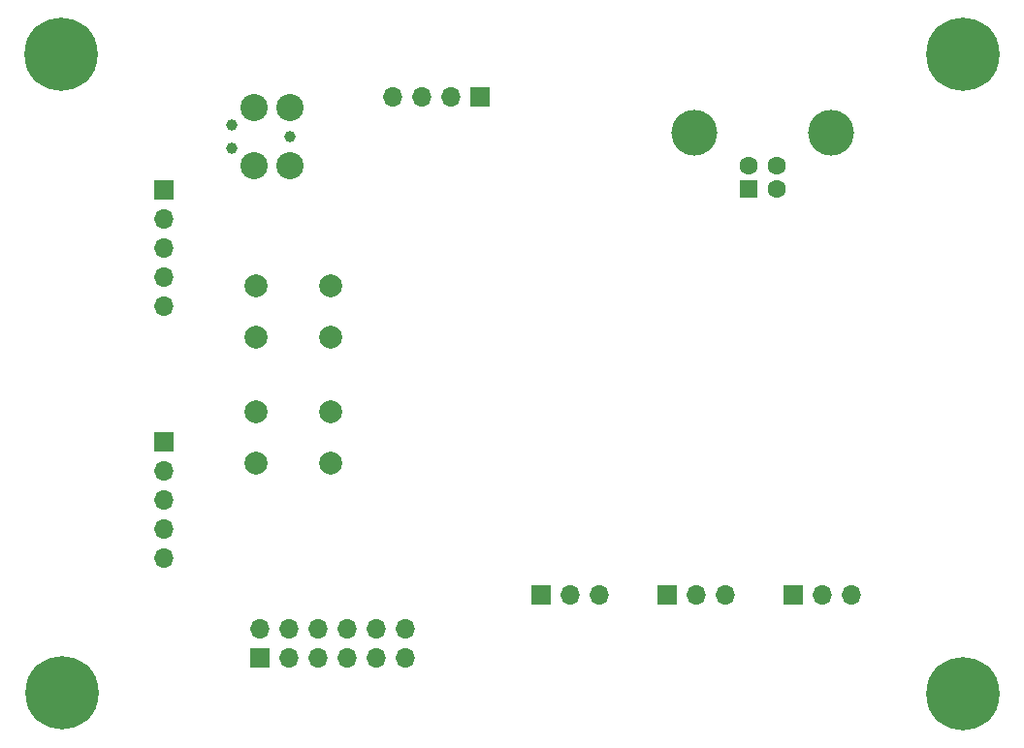
<source format=gbr>
%TF.GenerationSoftware,KiCad,Pcbnew,(6.0.5)*%
%TF.CreationDate,2023-01-28T00:33:00+00:00*%
%TF.ProjectId,Drivebase Board,44726976-6562-4617-9365-20426f617264,rev?*%
%TF.SameCoordinates,Original*%
%TF.FileFunction,Soldermask,Bot*%
%TF.FilePolarity,Negative*%
%FSLAX46Y46*%
G04 Gerber Fmt 4.6, Leading zero omitted, Abs format (unit mm)*
G04 Created by KiCad (PCBNEW (6.0.5)) date 2023-01-28 00:33:00*
%MOMM*%
%LPD*%
G01*
G04 APERTURE LIST*
%ADD10R,1.700000X1.700000*%
%ADD11O,1.700000X1.700000*%
%ADD12C,6.400000*%
%ADD13C,0.990600*%
%ADD14C,2.374900*%
%ADD15C,2.000000*%
%ADD16R,1.600000X1.600000*%
%ADD17C,1.600000*%
%ADD18C,4.000000*%
G04 APERTURE END LIST*
D10*
%TO.C,J102*%
X111142500Y-108137500D03*
D11*
X111142500Y-110677500D03*
X111142500Y-113217500D03*
X111142500Y-115757500D03*
X111142500Y-118297500D03*
%TD*%
D12*
%TO.C,H104*%
X102200000Y-130012500D03*
%TD*%
D10*
%TO.C,J103*%
X144075000Y-121470000D03*
D11*
X146615000Y-121470000D03*
X149155000Y-121470000D03*
%TD*%
D12*
%TO.C,H102*%
X180900000Y-130112500D03*
%TD*%
%TO.C,H101*%
X180900000Y-74212500D03*
%TD*%
D10*
%TO.C,J101*%
X111142500Y-86137500D03*
D11*
X111142500Y-88677500D03*
X111142500Y-91217500D03*
X111142500Y-93757500D03*
X111142500Y-96297500D03*
%TD*%
D10*
%TO.C,J105*%
X166075000Y-121470000D03*
D11*
X168615000Y-121470000D03*
X171155000Y-121470000D03*
%TD*%
D12*
%TO.C,H103*%
X102150000Y-74212500D03*
%TD*%
D13*
%TO.C,J106*%
X117070000Y-82438500D03*
D14*
X118975000Y-83962500D03*
X122150000Y-83962500D03*
D13*
X122150000Y-81422500D03*
X117070000Y-80406500D03*
D14*
X122150000Y-78882500D03*
X118975000Y-78882500D03*
%TD*%
D10*
%TO.C,J109*%
X119550000Y-126987500D03*
D11*
X119550000Y-124447500D03*
X122090000Y-126987500D03*
X122090000Y-124447500D03*
X124630000Y-126987500D03*
X124630000Y-124447500D03*
X127170000Y-126987500D03*
X127170000Y-124447500D03*
X129710000Y-126987500D03*
X129710000Y-124447500D03*
X132250000Y-126987500D03*
X132250000Y-124447500D03*
%TD*%
D10*
%TO.C,J107*%
X138700000Y-77962500D03*
D11*
X136160000Y-77962500D03*
X133620000Y-77962500D03*
X131080000Y-77962500D03*
%TD*%
D15*
%TO.C,SW102*%
X125650000Y-109962500D03*
X119150000Y-109962500D03*
X119150000Y-105462500D03*
X125650000Y-105462500D03*
%TD*%
D10*
%TO.C,J104*%
X155075000Y-121470000D03*
D11*
X157615000Y-121470000D03*
X160155000Y-121470000D03*
%TD*%
D15*
%TO.C,SW101*%
X125650000Y-98962500D03*
X119150000Y-98962500D03*
X119150000Y-94462500D03*
X125650000Y-94462500D03*
%TD*%
D16*
%TO.C,J108*%
X162150000Y-86000000D03*
D17*
X164650000Y-86000000D03*
X164650000Y-84000000D03*
X162150000Y-84000000D03*
D18*
X169400000Y-81140000D03*
X157400000Y-81140000D03*
%TD*%
M02*

</source>
